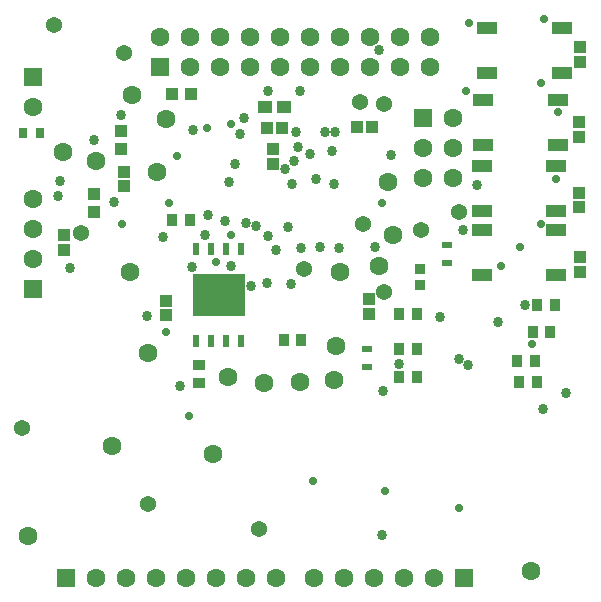
<source format=gbs>
G04*
G04 #@! TF.GenerationSoftware,Altium Limited,Altium Designer,22.10.1 (41)*
G04*
G04 Layer_Color=16711935*
%FSLAX25Y25*%
%MOIN*%
G70*
G04*
G04 #@! TF.SameCoordinates,AFA84DA5-00AA-44F6-A921-FAAB14C792BC*
G04*
G04*
G04 #@! TF.FilePolarity,Negative*
G04*
G01*
G75*
%ADD23R,0.03150X0.03543*%
%ADD28R,0.04331X0.03543*%
%ADD29R,0.04134X0.04134*%
%ADD36R,0.04134X0.04134*%
%ADD37R,0.06299X0.06299*%
%ADD38C,0.06299*%
%ADD39R,0.06299X0.06299*%
%ADD40C,0.03394*%
%ADD41C,0.05394*%
%ADD42C,0.02894*%
%ADD79R,0.04758X0.03985*%
%ADD80R,0.03543X0.01968*%
%ADD81R,0.04469X0.04182*%
%ADD83R,0.03543X0.04331*%
%ADD84R,0.02165X0.04134*%
%ADD85R,0.07087X0.04331*%
%ADD86R,0.17520X0.13976*%
%ADD87R,0.03740X0.03347*%
D23*
X115047Y283500D02*
D03*
X120953D02*
D03*
D28*
X174000Y205906D02*
D03*
Y200000D02*
D03*
D29*
X139000Y257000D02*
D03*
Y262906D02*
D03*
X230500Y223039D02*
D03*
Y227961D02*
D03*
X148000Y278000D02*
D03*
Y283906D02*
D03*
X149000Y265579D02*
D03*
Y270500D02*
D03*
X301000Y237000D02*
D03*
Y241921D02*
D03*
X198500Y277961D02*
D03*
Y273039D02*
D03*
X129000Y244539D02*
D03*
Y249461D02*
D03*
X300500Y258579D02*
D03*
Y263500D02*
D03*
X163000Y227500D02*
D03*
Y222579D02*
D03*
X300500Y286961D02*
D03*
Y282039D02*
D03*
X301000Y311961D02*
D03*
Y307039D02*
D03*
D36*
X201461Y285000D02*
D03*
X196539D02*
D03*
X231500Y285500D02*
D03*
X226579D02*
D03*
D37*
X248500Y288500D02*
D03*
X118500Y231500D02*
D03*
Y302000D02*
D03*
D38*
X258500Y288500D02*
D03*
X248500Y278500D02*
D03*
X258500D02*
D03*
X248500Y268500D02*
D03*
X258500D02*
D03*
X118500Y261500D02*
D03*
Y251500D02*
D03*
Y241500D02*
D03*
X195500Y200000D02*
D03*
X178500Y176500D02*
D03*
X219500Y212500D02*
D03*
X221000Y237000D02*
D03*
X151500Y296000D02*
D03*
X238500Y249500D02*
D03*
X156996Y210004D02*
D03*
X284500Y137500D02*
D03*
X207500Y200500D02*
D03*
X252036Y135012D02*
D03*
X242036D02*
D03*
X232036D02*
D03*
X222036D02*
D03*
X212036D02*
D03*
X219000Y201000D02*
D03*
X139500Y135000D02*
D03*
X149500D02*
D03*
X159500D02*
D03*
X169500D02*
D03*
X179500D02*
D03*
X189500D02*
D03*
X199500D02*
D03*
X145000Y179000D02*
D03*
X160000Y270500D02*
D03*
X139500Y274000D02*
D03*
X118500Y292000D02*
D03*
X251000Y315500D02*
D03*
X241000D02*
D03*
X231000D02*
D03*
X221000D02*
D03*
X211000D02*
D03*
X201000D02*
D03*
X191000D02*
D03*
X181000D02*
D03*
X171000D02*
D03*
X161000D02*
D03*
X251000Y305500D02*
D03*
X241000D02*
D03*
X231000D02*
D03*
X221000D02*
D03*
X211000D02*
D03*
X201000D02*
D03*
X191000D02*
D03*
X181000D02*
D03*
X171000D02*
D03*
X128500Y277000D02*
D03*
X183500Y202000D02*
D03*
X117000Y149000D02*
D03*
X237000Y267000D02*
D03*
X163000Y288000D02*
D03*
X151000Y237000D02*
D03*
X234000Y239000D02*
D03*
D39*
X262036Y135012D02*
D03*
X129500Y135000D02*
D03*
X161000Y305500D02*
D03*
D40*
X191300Y232500D02*
D03*
X189000Y288500D02*
D03*
X197000Y297500D02*
D03*
X219000Y266500D02*
D03*
X172000Y284500D02*
D03*
X205500Y274000D02*
D03*
X156500Y222500D02*
D03*
X266500Y266000D02*
D03*
X262000Y251000D02*
D03*
X296342Y196842D02*
D03*
X176951Y256010D02*
D03*
X139000Y281000D02*
D03*
X282500Y226000D02*
D03*
X189511Y253366D02*
D03*
X197000Y249000D02*
D03*
X192952Y252306D02*
D03*
X199442Y244558D02*
D03*
X208000Y245100D02*
D03*
X182473Y254060D02*
D03*
X237982Y276018D02*
D03*
X148000Y289500D02*
D03*
X184500Y239000D02*
D03*
X187632Y283150D02*
D03*
X204403Y233097D02*
D03*
X203500Y252000D02*
D03*
X235000Y149500D02*
D03*
X130800Y238500D02*
D03*
X211000Y276500D02*
D03*
X232478Y245479D02*
D03*
X215761Y283700D02*
D03*
X206193Y283895D02*
D03*
X207000Y278900D02*
D03*
X219361Y283698D02*
D03*
X207500Y297500D02*
D03*
X186000Y273000D02*
D03*
X218052Y277354D02*
D03*
X214305Y245383D02*
D03*
X213000Y268000D02*
D03*
X202500Y271500D02*
D03*
X204713Y266561D02*
D03*
X240500Y206500D02*
D03*
X235250Y197250D02*
D03*
X234000Y311000D02*
D03*
X127000Y262500D02*
D03*
X145500Y260500D02*
D03*
X220500Y245000D02*
D03*
X184000Y267000D02*
D03*
X162000Y248624D02*
D03*
X171653Y238847D02*
D03*
X288500Y191500D02*
D03*
X167500Y199000D02*
D03*
X176000Y249500D02*
D03*
X273500Y220500D02*
D03*
X254111Y222111D02*
D03*
X260500Y208000D02*
D03*
X263500Y206000D02*
D03*
X196500Y233500D02*
D03*
X127500Y267500D02*
D03*
D41*
X209000Y238000D02*
D03*
X115000Y185000D02*
D03*
X125500Y319500D02*
D03*
X134500Y250000D02*
D03*
X235500Y230500D02*
D03*
Y293000D02*
D03*
X228550Y253084D02*
D03*
X248000Y251000D02*
D03*
X156775Y159866D02*
D03*
X194000Y151500D02*
D03*
X227592Y293593D02*
D03*
X149000Y310000D02*
D03*
X260500Y257000D02*
D03*
D42*
X289000Y321500D02*
D03*
X293500Y290500D02*
D03*
X288000Y253000D02*
D03*
X293000Y268000D02*
D03*
X264007Y320088D02*
D03*
X263000Y297500D02*
D03*
X285000Y213000D02*
D03*
X184518Y249319D02*
D03*
X163000Y217000D02*
D03*
X166632Y275650D02*
D03*
X179500Y240500D02*
D03*
X176500Y285000D02*
D03*
X148157Y253002D02*
D03*
X164000Y260000D02*
D03*
X212000Y167500D02*
D03*
X260603Y158570D02*
D03*
X236019Y164101D02*
D03*
X170500Y189000D02*
D03*
X184500Y286500D02*
D03*
X274426Y238963D02*
D03*
X234700Y260000D02*
D03*
X281000Y245500D02*
D03*
X288000Y300000D02*
D03*
D79*
X202314Y292000D02*
D03*
X196000D02*
D03*
D80*
X230000Y205547D02*
D03*
Y211453D02*
D03*
X256500Y245953D02*
D03*
Y240047D02*
D03*
D81*
X171210Y296500D02*
D03*
X164790D02*
D03*
D83*
X208000Y214500D02*
D03*
X202094D02*
D03*
X170906Y254500D02*
D03*
X246453Y202000D02*
D03*
X240547D02*
D03*
X279807Y207287D02*
D03*
X285713D02*
D03*
X165000Y254500D02*
D03*
X240547Y223000D02*
D03*
X246453D02*
D03*
X240594Y211500D02*
D03*
X246500D02*
D03*
X286500Y226000D02*
D03*
X292406D02*
D03*
X286453Y200500D02*
D03*
X280547D02*
D03*
X290953Y217000D02*
D03*
X285047D02*
D03*
D84*
X173000Y214146D02*
D03*
X188000D02*
D03*
X178000Y244854D02*
D03*
X173000D02*
D03*
X183000D02*
D03*
X188000D02*
D03*
X183000Y214146D02*
D03*
X178000D02*
D03*
D85*
X268098Y250980D02*
D03*
X292902D02*
D03*
X268098Y236020D02*
D03*
X292902D02*
D03*
X268098Y272480D02*
D03*
X292902D02*
D03*
X268098Y257520D02*
D03*
X292902D02*
D03*
X293402Y279520D02*
D03*
X268598D02*
D03*
X293402Y294480D02*
D03*
X268598D02*
D03*
X294803Y303539D02*
D03*
X270000D02*
D03*
X294803Y318500D02*
D03*
X270000D02*
D03*
D86*
X180500Y229500D02*
D03*
D87*
X247500Y238000D02*
D03*
Y232882D02*
D03*
M02*

</source>
